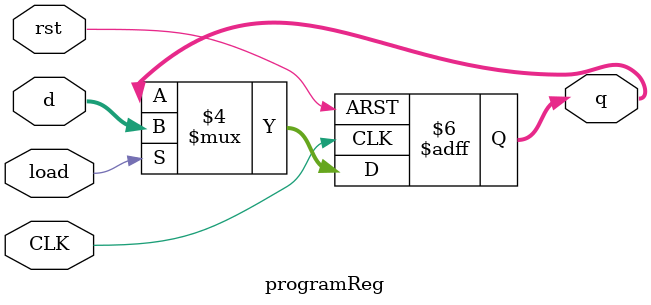
<source format=v>
module programReg(
    input wire CLK,
    input wire rst,
    input wire load,
    input wire [15:0] d,
    output reg [15:0] q
);

always @(posedge CLK or posedge rst) begin
    if(rst==1'b1) q<=16'h0000; 
    else begin
        if(load==1'b1)
        q<=d;
    end
end
endmodule

</source>
